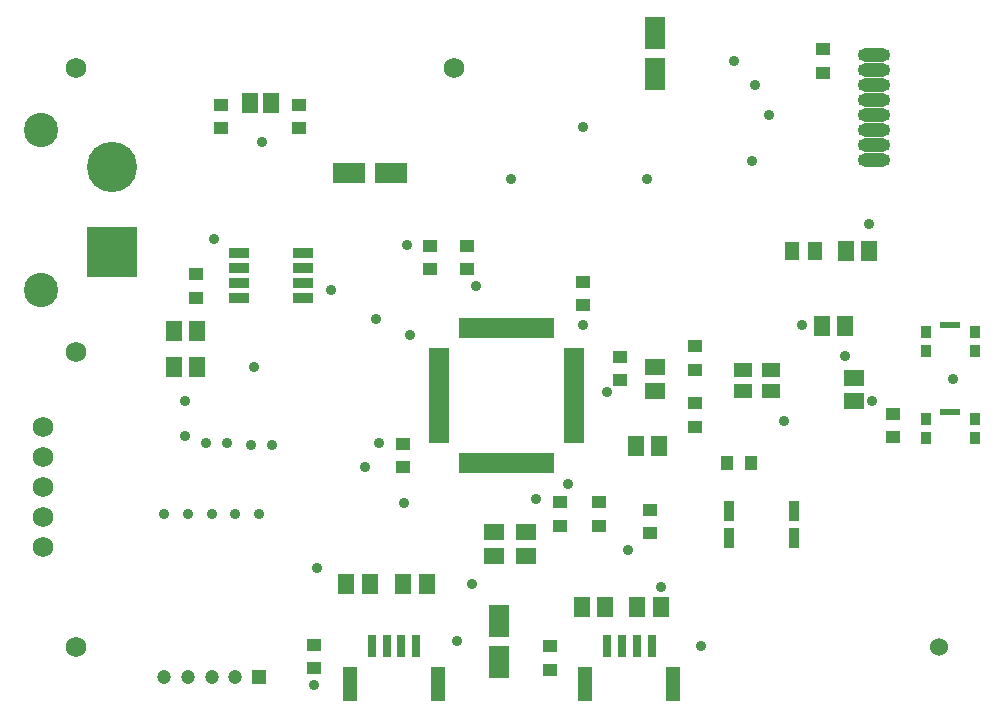
<source format=gts>
G04*
G04 #@! TF.GenerationSoftware,Altium Limited,Altium Designer,25.8.1 (18)*
G04*
G04 Layer_Color=8388736*
%FSLAX44Y44*%
%MOMM*%
G71*
G04*
G04 #@! TF.SameCoordinates,96B50244-D1D5-4C2D-93FB-96D2E815F5E8*
G04*
G04*
G04 #@! TF.FilePolarity,Negative*
G04*
G01*
G75*
%ADD17R,1.2500X1.0000*%
%ADD21R,1.0000X1.2500*%
%ADD22R,0.9000X1.0000*%
%ADD24R,1.7000X0.5500*%
%ADD35R,1.6782X0.5032*%
%ADD36R,0.5032X1.6782*%
%ADD37R,1.7282X0.8532*%
%ADD38R,1.5032X1.3032*%
%ADD39R,1.4032X1.6532*%
%ADD40O,2.7432X1.1032*%
%ADD41R,1.8032X2.7032*%
%ADD42R,0.8032X1.9032*%
%ADD43R,2.7032X1.8032*%
%ADD44R,1.2032X2.9032*%
%ADD45R,0.9032X1.8032*%
%ADD46R,1.6532X1.4032*%
%ADD47R,1.3532X1.6532*%
%ADD48R,1.1532X1.6032*%
%ADD49C,2.9032*%
%ADD50C,4.2532*%
%ADD51R,4.2532X4.2532*%
%ADD52C,1.7272*%
%ADD53C,1.5240*%
%ADD54C,1.2000*%
%ADD55R,1.2000X1.2000*%
%ADD56C,0.9032*%
D17*
X731520Y522130D02*
D03*
X806450Y712310D02*
D03*
X930910Y520860D02*
D03*
X939800Y642780D02*
D03*
X631190Y855820D02*
D03*
X652780Y979330D02*
D03*
X718820D02*
D03*
X829310Y879950D02*
D03*
X861060D02*
D03*
X1016000Y636430D02*
D03*
X972820Y642620D02*
D03*
X1054100Y726600D02*
D03*
X1221740Y737710D02*
D03*
X990600Y765970D02*
D03*
X958850Y829470D02*
D03*
X1054100Y774860D02*
D03*
X1162050Y1026320D02*
D03*
Y1046320D02*
D03*
X958850Y849470D02*
D03*
X990600Y785970D02*
D03*
X972820Y662620D02*
D03*
X939800Y662780D02*
D03*
X930910Y540860D02*
D03*
X718820Y999330D02*
D03*
X829310Y859950D02*
D03*
X631190Y835820D02*
D03*
X806450Y692310D02*
D03*
X731520Y542130D02*
D03*
X652780Y999330D02*
D03*
X1054100Y794860D02*
D03*
X1016000Y656430D02*
D03*
X1221740Y717710D02*
D03*
X1054100Y746600D02*
D03*
X861060Y859950D02*
D03*
D21*
X1100930Y695960D02*
D03*
X1080930D02*
D03*
D22*
X1249500Y733170D02*
D03*
X1290500D02*
D03*
Y806830D02*
D03*
X1249500Y790830D02*
D03*
X1290500D02*
D03*
X1249500Y806830D02*
D03*
X1290500Y717170D02*
D03*
X1249500D02*
D03*
D24*
X1270000Y739420D02*
D03*
Y813080D02*
D03*
D35*
X836700Y720610D02*
D03*
X951460Y770610D02*
D03*
Y775610D02*
D03*
Y715610D02*
D03*
X836700D02*
D03*
X951460Y720610D02*
D03*
Y725610D02*
D03*
Y730610D02*
D03*
Y735610D02*
D03*
Y740610D02*
D03*
Y745610D02*
D03*
Y750610D02*
D03*
Y755610D02*
D03*
Y760610D02*
D03*
Y765610D02*
D03*
Y780610D02*
D03*
Y785610D02*
D03*
Y790610D02*
D03*
X836700D02*
D03*
Y785610D02*
D03*
Y780610D02*
D03*
Y775610D02*
D03*
Y770610D02*
D03*
Y765610D02*
D03*
Y760610D02*
D03*
Y755610D02*
D03*
Y750610D02*
D03*
Y745610D02*
D03*
Y740610D02*
D03*
Y735610D02*
D03*
Y730610D02*
D03*
Y725610D02*
D03*
D36*
X926580Y810490D02*
D03*
Y695730D02*
D03*
X861580Y810490D02*
D03*
X876580D02*
D03*
X901580D02*
D03*
X911580D02*
D03*
X906580D02*
D03*
X881580D02*
D03*
X856580D02*
D03*
X921580D02*
D03*
X931580Y695730D02*
D03*
X886580Y810490D02*
D03*
X916580D02*
D03*
X931580D02*
D03*
X896580D02*
D03*
X891580D02*
D03*
X871580D02*
D03*
X866580D02*
D03*
X856580Y695730D02*
D03*
X861580D02*
D03*
X866580D02*
D03*
X871580D02*
D03*
X876580D02*
D03*
X881580D02*
D03*
X886580D02*
D03*
X891580D02*
D03*
X896580D02*
D03*
X901580D02*
D03*
X906580D02*
D03*
X911580D02*
D03*
X916580D02*
D03*
X921580D02*
D03*
D37*
X667570Y873760D02*
D03*
Y861060D02*
D03*
Y835660D02*
D03*
Y848360D02*
D03*
X721810Y873760D02*
D03*
Y861060D02*
D03*
Y848360D02*
D03*
Y835660D02*
D03*
D38*
X1117670Y756810D02*
D03*
X1094670Y774810D02*
D03*
X1117670D02*
D03*
X1094670Y756810D02*
D03*
D39*
X1201260Y875030D02*
D03*
X1160940Y811530D02*
D03*
X1180940D02*
D03*
X1024730Y574040D02*
D03*
X957900D02*
D03*
X612300Y807720D02*
D03*
X612460Y777240D02*
D03*
X826610Y593090D02*
D03*
X758350D02*
D03*
X806610D02*
D03*
X1181260Y875030D02*
D03*
X1004730Y574040D02*
D03*
X977900D02*
D03*
X778350Y593090D02*
D03*
X632300Y807720D02*
D03*
X632460Y777240D02*
D03*
X1003460Y709930D02*
D03*
X1023460D02*
D03*
D40*
X1205230Y1028700D02*
D03*
Y952500D02*
D03*
Y965200D02*
D03*
Y977900D02*
D03*
Y990600D02*
D03*
Y1003300D02*
D03*
Y1016000D02*
D03*
Y1041400D02*
D03*
D41*
X1019810Y1025170D02*
D03*
X887730Y527330D02*
D03*
Y562330D02*
D03*
X1019810Y1060170D02*
D03*
D42*
X817580Y540930D02*
D03*
X1016970D02*
D03*
X1004470D02*
D03*
X991970D02*
D03*
X979470D02*
D03*
X805080D02*
D03*
X792580D02*
D03*
X780080D02*
D03*
D43*
X761010Y941070D02*
D03*
X796010D02*
D03*
D44*
X1035470Y508930D02*
D03*
X960970D02*
D03*
X836080D02*
D03*
X761580D02*
D03*
D45*
X1137480Y632390D02*
D03*
X1082480D02*
D03*
Y655390D02*
D03*
X1137480D02*
D03*
D46*
X1188720Y768190D02*
D03*
X883920Y637380D02*
D03*
Y617380D02*
D03*
X910590Y637380D02*
D03*
Y617380D02*
D03*
X1019810Y777080D02*
D03*
Y757080D02*
D03*
X1188720Y748190D02*
D03*
D47*
X694800Y1000760D02*
D03*
X676800D02*
D03*
D48*
X1155040Y875030D02*
D03*
X1136040D02*
D03*
D49*
X500070Y977650D02*
D03*
Y842650D02*
D03*
D50*
X560070Y946150D02*
D03*
D51*
Y874150D02*
D03*
D52*
X501650Y650240D02*
D03*
Y726440D02*
D03*
X530000Y1030000D02*
D03*
X850000D02*
D03*
X530000Y790000D02*
D03*
Y540000D02*
D03*
X501650Y624840D02*
D03*
Y675640D02*
D03*
Y701040D02*
D03*
D53*
X1260000Y540000D02*
D03*
D54*
X604530Y514350D02*
D03*
X624530D02*
D03*
X644530D02*
D03*
X664530D02*
D03*
D55*
X684530D02*
D03*
D56*
X1024890Y590550D02*
D03*
X852170Y544830D02*
D03*
X786130Y712470D02*
D03*
X646430Y885190D02*
D03*
X687070Y967740D02*
D03*
X979170Y755650D02*
D03*
X1272540Y767080D02*
D03*
X958850Y812800D02*
D03*
X1087120Y1036320D02*
D03*
X1201420Y897890D02*
D03*
X731520Y508000D02*
D03*
X810260Y880110D02*
D03*
X1144270Y812800D02*
D03*
X1059180Y541020D02*
D03*
X996950Y622300D02*
D03*
X1129030Y731520D02*
D03*
X622300Y748030D02*
D03*
X640080Y712470D02*
D03*
X657860D02*
D03*
X678180Y711200D02*
D03*
X695960D02*
D03*
X864870Y593090D02*
D03*
X1181100Y786130D02*
D03*
X1203960Y748030D02*
D03*
X680720Y777240D02*
D03*
X812800Y803910D02*
D03*
X919480Y665480D02*
D03*
X783590Y817880D02*
D03*
X1102360Y951230D02*
D03*
X1116330Y990600D02*
D03*
X1013460Y935990D02*
D03*
X897890D02*
D03*
X946150Y678180D02*
D03*
X774700Y692150D02*
D03*
X734060Y607060D02*
D03*
X1104900Y1016000D02*
D03*
X958850Y980440D02*
D03*
X807720Y661670D02*
D03*
X868680Y845820D02*
D03*
X664210Y652780D02*
D03*
X644530D02*
D03*
X624840D02*
D03*
X684530D02*
D03*
X622300Y718820D02*
D03*
X604520Y652780D02*
D03*
X745490Y842010D02*
D03*
M02*

</source>
